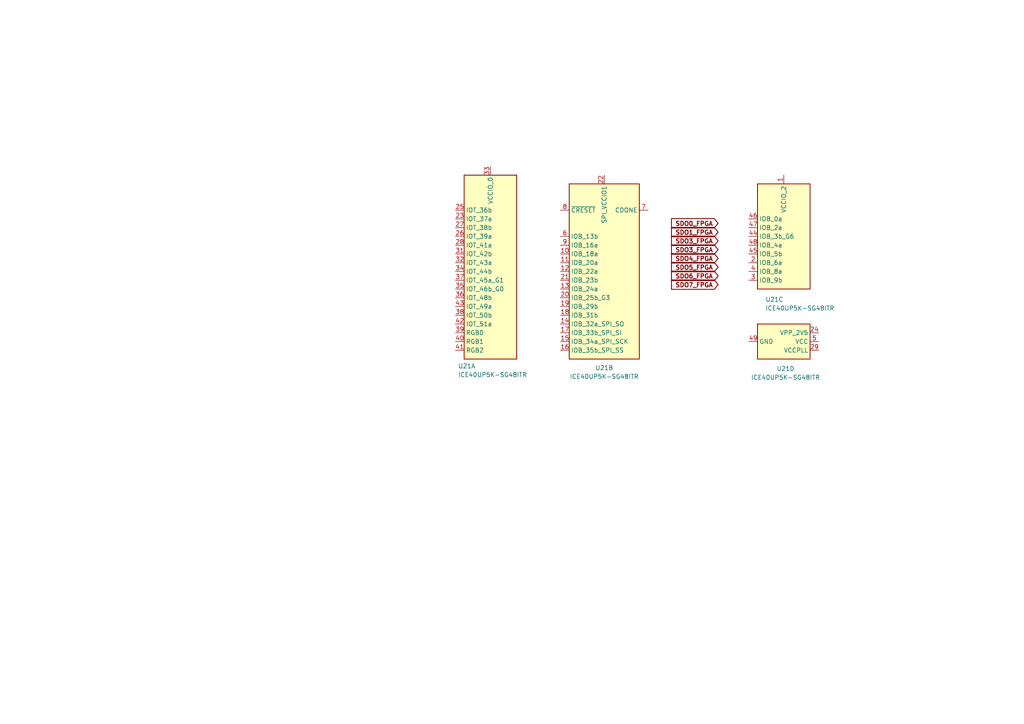
<source format=kicad_sch>
(kicad_sch (version 20250114) (generator "eeschema") (generator_version "9.0")
  (paper "A4")
  (lib_symbols
    (symbol "FPGA_Lattice:ICE40UP5K-SG48ITR"
      (property "Reference" "U" (at -8.89 -29.21 0))
      (property "Value" "ICE40UP5K-SG48ITR" (at 0 -31.75 0))
      (symbol "ICE40UP5K-SG48ITR_1_1"
        (rectangle (start -7.62 25.4) (end 7.62 -27.94) (stroke (width 0.254)) (fill (type background)))
        (pin bidirectional line (at -10.16 15.24 0) (length 2.54) (name "IOT_36b") (number "25"))
        (pin bidirectional line (at -10.16 12.7 0) (length 2.54) (name "IOT_37a") (number "23"))
        (pin bidirectional line (at -10.16 10.16 0) (length 2.54) (name "IOT_38b") (number "27"))
        (pin bidirectional line (at -10.16 7.62 0) (length 2.54) (name "IOT_39a") (number "26"))
        (pin bidirectional line (at -10.16 5.08 0) (length 2.54) (name "IOT_41a") (number "28"))
        (pin bidirectional line (at -10.16 2.54 0) (length 2.54) (name "IOT_42b") (number "31"))
        (pin bidirectional line (at -10.16 0 0) (length 2.54) (name "IOT_43a") (number "32"))
        (pin bidirectional line (at -10.16 -2.54 0) (length 2.54) (name "IOT_44b") (number "34"))
        (pin bidirectional line (at -10.16 -5.08 0) (length 2.54) (name "IOT_45a_G1") (number "37"))
        (pin bidirectional line (at -10.16 -7.62 0) (length 2.54) (name "IOT_46b_G0") (number "35"))
        (pin bidirectional line (at -10.16 -10.16 0) (length 2.54) (name "IOT_48b") (number "36"))
        (pin bidirectional line (at -10.16 -12.7 0) (length 2.54) (name "IOT_49a") (number "43"))
        (pin bidirectional line (at -10.16 -15.24 0) (length 2.54) (name "IOT_50b") (number "38"))
        (pin bidirectional line (at -10.16 -17.78 0) (length 2.54) (name "IOT_51a") (number "42"))
        (pin open_collector line (at -10.16 -20.32 0) (length 2.54) (name "RGB0") (number "39"))
        (pin open_collector line (at -10.16 -22.86 0) (length 2.54) (name "RGB1") (number "40"))
        (pin open_collector line (at -10.16 -25.4 0) (length 2.54) (name "RGB2") (number "41"))
        (pin power_in line (at 0 27.94 270) (length 2.54) (name "VCCIO_0") (number "33"))
      )
      (symbol "ICE40UP5K-SG48ITR_2_1"
        (rectangle (start -10.16 25.4) (end 10.16 -25.4) (stroke (width 0.254)) (fill (type background)))
        (pin input line (at -12.7 17.78 0) (length 2.54) (name "~{CRESET}") (number "8"))
        (pin bidirectional line (at -12.7 10.16 0) (length 2.54) (name "IOB_13b") (number "6"))
        (pin bidirectional line (at -12.7 7.62 0) (length 2.54) (name "IOB_16a") (number "9"))
        (pin bidirectional line (at -12.7 5.08 0) (length 2.54) (name "IOB_18a") (number "10"))
        (pin bidirectional line (at -12.7 2.54 0) (length 2.54) (name "IOB_20a") (number "11"))
        (pin bidirectional line (at -12.7 0 0) (length 2.54) (name "IOB_22a") (number "12"))
        (pin bidirectional line (at -12.7 -2.54 0) (length 2.54) (name "IOB_23b") (number "21"))
        (pin bidirectional line (at -12.7 -5.08 0) (length 2.54) (name "IOB_24a") (number "13"))
        (pin bidirectional line (at -12.7 -7.62 0) (length 2.54) (name "IOB_25b_G3") (number "20"))
        (pin bidirectional line (at -12.7 -10.16 0) (length 2.54) (name "IOB_29b") (number "19"))
        (pin bidirectional line (at -12.7 -12.7 0) (length 2.54) (name "IOB_31b") (number "18"))
        (pin bidirectional line (at -12.7 -15.24 0) (length 2.54) (name "IOB_32a_SPI_SO") (number "14"))
        (pin bidirectional line (at -12.7 -17.78 0) (length 2.54) (name "IOB_33b_SPI_SI") (number "17"))
        (pin bidirectional line (at -12.7 -20.32 0) (length 2.54) (name "IOB_34a_SPI_SCK") (number "15"))
        (pin bidirectional line (at -12.7 -22.86 0) (length 2.54) (name "IOB_35b_SPI_SS") (number "16"))
        (pin power_in line (at 0 27.94 270) (length 2.54) (name "SPI_VCCIO1") (number "22"))
        (pin open_collector line (at 12.7 17.78 180) (length 2.54) (name "CDONE") (number "7"))
      )
      (symbol "ICE40UP5K-SG48ITR_3_1"
        (rectangle (start -7.62 15.24) (end 7.62 -15.24) (stroke (width 0.254)) (fill (type background)))
        (pin bidirectional line (at -10.16 5.08 0) (length 2.54) (name "IOB_0a") (number "46"))
        (pin bidirectional line (at -10.16 2.54 0) (length 2.54) (name "IOB_2a") (number "47"))
        (pin bidirectional line (at -10.16 0 0) (length 2.54) (name "IOB_3b_G6") (number "44"))
        (pin bidirectional line (at -10.16 -2.54 0) (length 2.54) (name "IOB_4a") (number "48"))
        (pin bidirectional line (at -10.16 -5.08 0) (length 2.54) (name "IOB_5b") (number "45"))
        (pin bidirectional line (at -10.16 -7.62 0) (length 2.54) (name "IOB_6a") (number "2"))
        (pin bidirectional line (at -10.16 -10.16 0) (length 2.54) (name "IOB_8a") (number "4"))
        (pin bidirectional line (at -10.16 -12.7 0) (length 2.54) (name "IOB_9b") (number "3"))
        (pin power_in line (at 0 17.78 270) (length 2.54) (name "VCCIO_2") (number "1"))
      )
      (symbol "ICE40UP5K-SG48ITR_4_1"
        (rectangle (start -5.08 7.62) (end 5.08 -7.62) (stroke (width 0.254)) (fill (type background)))
        (pin power_in line (at -2.54 10.16 270) (length 2.54) (name "VPP_2V5") (number "24"))
        (pin passive line (at 0 10.16 270) (length 2.54) (hide yes) (name "VCC") (number "30"))
        (pin power_in line (at 0 10.16 270) (length 2.54) (name "VCC") (number "5"))
        (pin power_in line (at 0 -10.16 90) (length 2.54) (name "GND") (number "49"))
        (pin power_out line (at 2.54 10.16 270) (length 2.54) (name "VCCPLL") (number "29"))
      )
    )
  )
  (global_label "SDO7_FPGA" (shape input) (at 208.28 82.55 180) (effects (font (bold yes))) (property "Intersheetrefs" "${INTERSHEET_REFS}" (effects (hide yes))))
  (global_label "SDO5_FPGA" (shape input) (at 208.28 77.47 180) (effects (font (bold yes))) (property "Intersheetrefs" "${INTERSHEET_REFS}" (effects (hide yes))))
  (global_label "SDO3_FPGA" (shape input) (at 208.28 72.39 180) (effects (font (bold yes))) (property "Intersheetrefs" "${INTERSHEET_REFS}" (effects (hide yes))))
  (global_label "SDO0_FPGA" (shape input) (at 208.28 64.77 180) (effects (font (bold yes))) (property "Intersheetrefs" "${INTERSHEET_REFS}" (effects (hide yes))))
  (global_label "SDO4_FPGA" (shape input) (at 208.28 74.93 180) (effects (font (bold yes))) (property "Intersheetrefs" "${INTERSHEET_REFS}" (effects (hide yes))))
  (global_label "SDO3_FPGA" (shape input) (at 208.28 69.85 180) (effects (font (bold yes))) (property "Intersheetrefs" "${INTERSHEET_REFS}" (effects (hide yes))))
  (global_label "SDO1_FPGA" (shape input) (at 208.28 67.31 180) (effects (font (bold yes))) (property "Intersheetrefs" "${INTERSHEET_REFS}" (effects (hide yes))))
  (global_label "SDO6_FPGA" (shape input) (at 208.28 80.01 180) (effects (font (bold yes))) (property "Intersheetrefs" "${INTERSHEET_REFS}" (effects (hide yes))))
  (symbol (lib_id "FPGA_Lattice:ICE40UP5K-SG48ITR") (at 175.26 78.74 0) (unit 2)
    (property "Reference" "U21" (at 175.26 106.68 0))
    (property "Value" "ICE40UP5K-SG48ITR" (at 175.26 109.22 0))
    (property "Footprint" "Package_DFN_QFN:QFN-48-1EP_7x7mm_P0.5mm_EP5.6x5.6mm" (effects (hide yes)))
    (property "Datasheet" "http://www.latticesemi.com/Products/FPGAandCPLD/iCE40Ultra" (effects (hide yes)))
    (property "Description" "iCE40 UltraPlus FPGA, 5280 LUTs, 1.2V, 48-pin QFN" (effects (hide yes)))
    (property "Digikey" "220-2212-1-ND" (effects (hide yes)))
    (property "Manufacturer" "  Lattice Semiconductor Corporation" (effects (hide yes)))
    (property "Mfg part #" "ICE40UP5K-SG48I" (effects (hide yes)))
  )
  (symbol (lib_id "FPGA_Lattice:ICE40UP5K-SG48ITR") (at 227.33 99.06 270) (unit 4)
    (property "Reference" "U21" (at 227.838 106.934 90))
    (property "Value" "ICE40UP5K-SG48ITR" (at 227.838 109.474 90))
    (property "Footprint" "Package_DFN_QFN:QFN-48-1EP_7x7mm_P0.5mm_EP5.6x5.6mm" (effects (hide yes)))
    (property "Datasheet" "http://www.latticesemi.com/Products/FPGAandCPLD/iCE40Ultra" (effects (hide yes)))
    (property "Description" "iCE40 UltraPlus FPGA, 5280 LUTs, 1.2V, 48-pin QFN" (effects (hide yes)))
    (property "Digikey" "220-2212-1-ND" (effects (hide yes)))
    (property "Manufacturer" "  Lattice Semiconductor Corporation" (effects (hide yes)))
    (property "Mfg part #" "ICE40UP5K-SG48I" (effects (hide yes)))
  )
  (symbol (lib_id "FPGA_Lattice:ICE40UP5K-SG48ITR") (at 142.24 76.2 0) (unit 1)
    (property "Reference" "U21" (at 132.842 106.172 0) (effects (justify left)))
    (property "Value" "ICE40UP5K-SG48ITR" (at 132.842 108.712 0) (effects (justify left)))
    (property "Footprint" "Package_DFN_QFN:QFN-48-1EP_7x7mm_P0.5mm_EP5.6x5.6mm" (effects (hide yes)))
    (property "Datasheet" "http://www.latticesemi.com/Products/FPGAandCPLD/iCE40Ultra" (effects (hide yes)))
    (property "Description" "iCE40 UltraPlus FPGA, 5280 LUTs, 1.2V, 48-pin QFN" (effects (hide yes)))
    (property "Digikey" "220-2212-1-ND" (effects (hide yes)))
    (property "Manufacturer" "  Lattice Semiconductor Corporation" (effects (hide yes)))
    (property "Mfg part #" "ICE40UP5K-SG48I" (effects (hide yes)))
  )
  (symbol (lib_id "FPGA_Lattice:ICE40UP5K-SG48ITR") (at 227.33 68.58 0) (unit 3)
    (property "Reference" "U21" (at 221.996 86.868 0) (effects (justify left)))
    (property "Value" "ICE40UP5K-SG48ITR" (at 221.996 89.408 0) (effects (justify left)))
    (property "Footprint" "Package_DFN_QFN:QFN-48-1EP_7x7mm_P0.5mm_EP5.6x5.6mm" (effects (hide yes)))
    (property "Datasheet" "http://www.latticesemi.com/Products/FPGAandCPLD/iCE40Ultra" (effects (hide yes)))
    (property "Description" "iCE40 UltraPlus FPGA, 5280 LUTs, 1.2V, 48-pin QFN" (effects (hide yes)))
    (property "Digikey" "220-2212-1-ND" (effects (hide yes)))
    (property "Manufacturer" "  Lattice Semiconductor Corporation" (effects (hide yes)))
    (property "Mfg part #" "ICE40UP5K-SG48I" (effects (hide yes)))
  )
)
</source>
